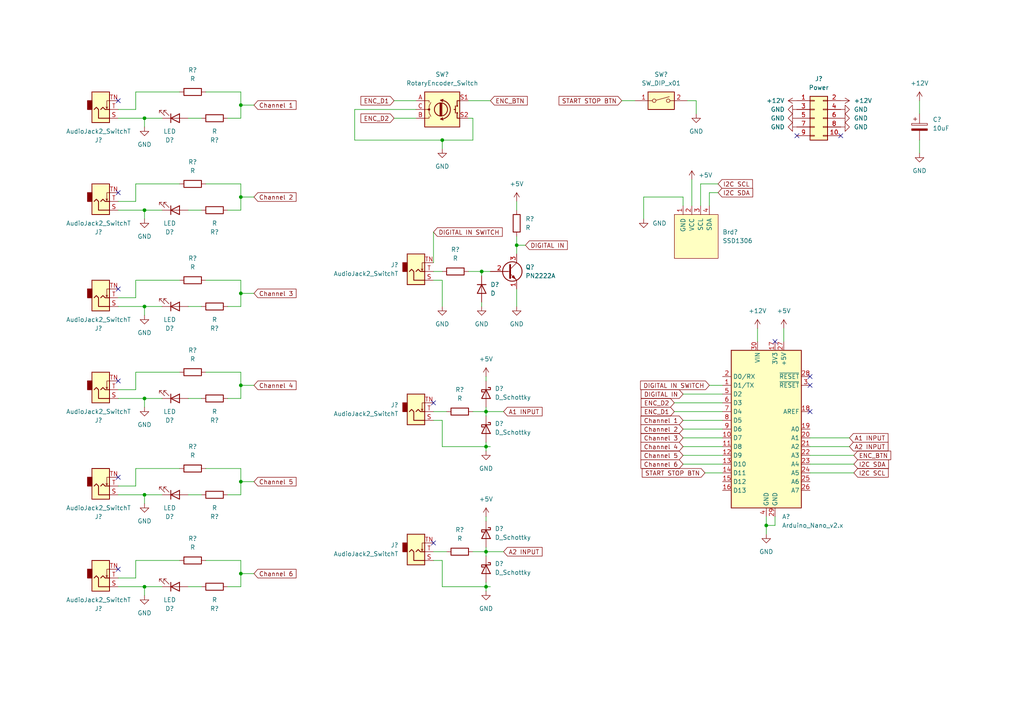
<source format=kicad_sch>
(kicad_sch (version 20211123) (generator eeschema)
  (paper "A4")
  (lib_symbols
    (symbol "Connector:AudioJack2_SwitchT"
      (property "Reference" "J" (at 0 8.89 0))
      (property "Value" "AudioJack2_SwitchT" (at 0 6.35 0))
      (symbol "AudioJack2_SwitchT_0_1"
        (rectangle (start -2.54 0) (end -3.81 -2.54) (stroke (width 0.254)) (fill (type outline)))
        (polyline (pts (xy 1.778 -0.254) (xy 2.032 -0.762)))
        (polyline (pts (xy 0 0) (xy 0.635 -0.635) (xy 1.27 0) (xy 2.54 0)) (stroke (width 0.254)))
        (polyline (pts (xy 2.54 -2.54) (xy 1.778 -2.54) (xy 1.778 -0.254) (xy 1.524 -0.762)))
        (polyline (pts (xy 2.54 2.54) (xy -0.635 2.54) (xy -0.635 0) (xy -1.27 -0.635) (xy -1.905 0)) (stroke (width 0.254)))
        (rectangle (start 2.54 3.81) (end -2.54 -5.08) (stroke (width 0.254)) (fill (type background)))
      )
      (symbol "AudioJack2_SwitchT_1_1"
        (pin passive line (at 5.08 2.54 180) (length 2.54) (name "~") (number "S"))
        (pin passive line (at 5.08 0 180) (length 2.54) (name "~") (number "T"))
        (pin passive line (at 5.08 -2.54 180) (length 2.54) (name "~") (number "TN"))
      )
    )
    (symbol "Connector_Generic:Conn_02x05_Odd_Even" (pin_names (offset 1.016) hide)
      (property "Reference" "J" (at 1.27 7.62 0))
      (property "Value" "Conn_02x05_Odd_Even" (at 1.27 -7.62 0))
      (symbol "Conn_02x05_Odd_Even_1_1"
        (rectangle (start -1.27 -4.953) (end 0 -5.207) (stroke (width 0.1524)))
        (rectangle (start -1.27 -2.413) (end 0 -2.667) (stroke (width 0.1524)))
        (rectangle (start -1.27 0.127) (end 0 -0.127) (stroke (width 0.1524)))
        (rectangle (start -1.27 2.667) (end 0 2.413) (stroke (width 0.1524)))
        (rectangle (start -1.27 5.207) (end 0 4.953) (stroke (width 0.1524)))
        (rectangle (start -1.27 6.35) (end 3.81 -6.35) (stroke (width 0.254)) (fill (type background)))
        (rectangle (start 3.81 -4.953) (end 2.54 -5.207) (stroke (width 0.1524)))
        (rectangle (start 3.81 -2.413) (end 2.54 -2.667) (stroke (width 0.1524)))
        (rectangle (start 3.81 0.127) (end 2.54 -0.127) (stroke (width 0.1524)))
        (rectangle (start 3.81 2.667) (end 2.54 2.413) (stroke (width 0.1524)))
        (rectangle (start 3.81 5.207) (end 2.54 4.953) (stroke (width 0.1524)))
        (pin passive line (at -5.08 5.08 0) (length 3.81) (name "Pin_1") (number "1"))
        (pin passive line (at 7.62 -5.08 180) (length 3.81) (name "Pin_10") (number "10"))
        (pin passive line (at 7.62 5.08 180) (length 3.81) (name "Pin_2") (number "2"))
        (pin passive line (at -5.08 2.54 0) (length 3.81) (name "Pin_3") (number "3"))
        (pin passive line (at 7.62 2.54 180) (length 3.81) (name "Pin_4") (number "4"))
        (pin passive line (at -5.08 0 0) (length 3.81) (name "Pin_5") (number "5"))
        (pin passive line (at 7.62 0 180) (length 3.81) (name "Pin_6") (number "6"))
        (pin passive line (at -5.08 -2.54 0) (length 3.81) (name "Pin_7") (number "7"))
        (pin passive line (at 7.62 -2.54 180) (length 3.81) (name "Pin_8") (number "8"))
        (pin passive line (at -5.08 -5.08 0) (length 3.81) (name "Pin_9") (number "9"))
      )
    )
    (symbol "Device:C_Polarized" (pin_numbers hide) (pin_names (offset 0.254))
      (property "Reference" "C" (at 0.635 2.54 0))
      (property "Value" "C_Polarized" (at 0.635 -2.54 0))
      (symbol "C_Polarized_0_1"
        (rectangle (start -2.286 0.508) (end 2.286 1.016))
        (polyline (pts (xy -1.778 2.286) (xy -0.762 2.286)))
        (polyline (pts (xy -1.27 2.794) (xy -1.27 1.778)))
        (rectangle (start 2.286 -0.508) (end -2.286 -1.016) (fill (type outline)))
      )
      (symbol "C_Polarized_1_1"
        (pin passive line (at 0 3.81 270) (length 2.794) (name "~") (number "1"))
        (pin passive line (at 0 -3.81 90) (length 2.794) (name "~") (number "2"))
      )
    )
    (symbol "Device:D" (pin_numbers hide) (pin_names (offset 1.016) hide)
      (property "Reference" "D" (at 0 2.54 0))
      (property "Value" "D" (at 0 -2.54 0))
      (symbol "D_0_1"
        (polyline (pts (xy -1.27 1.27) (xy -1.27 -1.27)) (stroke (width 0.254)))
        (polyline (pts (xy 1.27 0) (xy -1.27 0)))
        (polyline (pts (xy 1.27 1.27) (xy 1.27 -1.27) (xy -1.27 0) (xy 1.27 1.27)) (stroke (width 0.254)))
      )
      (symbol "D_1_1"
        (pin passive line (at -3.81 0 0) (length 2.54) (name "K") (number "1"))
        (pin passive line (at 3.81 0 180) (length 2.54) (name "A") (number "2"))
      )
    )
    (symbol "Device:D_Schottky" (pin_numbers hide) (pin_names (offset 1.016) hide)
      (property "Reference" "D" (at 0 2.54 0))
      (property "Value" "D_Schottky" (at 0 -2.54 0))
      (symbol "D_Schottky_0_1"
        (polyline (pts (xy 1.27 0) (xy -1.27 0)))
        (polyline (pts (xy 1.27 1.27) (xy 1.27 -1.27) (xy -1.27 0) (xy 1.27 1.27)) (stroke (width 0.254)))
        (polyline (pts (xy -1.905 0.635) (xy -1.905 1.27) (xy -1.27 1.27) (xy -1.27 -1.27) (xy -0.635 -1.27) (xy -0.635 -0.635)) (stroke (width 0.254)))
      )
      (symbol "D_Schottky_1_1"
        (pin passive line (at -3.81 0 0) (length 2.54) (name "K") (number "1"))
        (pin passive line (at 3.81 0 180) (length 2.54) (name "A") (number "2"))
      )
    )
    (symbol "Device:LED" (pin_numbers hide) (pin_names (offset 1.016) hide)
      (property "Reference" "D" (at 0 2.54 0))
      (property "Value" "LED" (at 0 -2.54 0))
      (symbol "LED_0_1"
        (polyline (pts (xy -1.27 -1.27) (xy -1.27 1.27)) (stroke (width 0.254)))
        (polyline (pts (xy -1.27 0) (xy 1.27 0)))
        (polyline (pts (xy 1.27 -1.27) (xy 1.27 1.27) (xy -1.27 0) (xy 1.27 -1.27)) (stroke (width 0.254)))
        (polyline (pts (xy -3.048 -0.762) (xy -4.572 -2.286) (xy -3.81 -2.286) (xy -4.572 -2.286) (xy -4.572 -1.524)))
        (polyline (pts (xy -1.778 -0.762) (xy -3.302 -2.286) (xy -2.54 -2.286) (xy -3.302 -2.286) (xy -3.302 -1.524)))
      )
      (symbol "LED_1_1"
        (pin passive line (at -3.81 0 0) (length 2.54) (name "K") (number "1"))
        (pin passive line (at 3.81 0 180) (length 2.54) (name "A") (number "2"))
      )
    )
    (symbol "Device:R" (pin_numbers hide) (pin_names (offset 0))
      (property "Reference" "R" (at 2.032 0 90))
      (property "Value" "R" (at 0 0 90))
      (symbol "R_0_1"
        (rectangle (start -1.016 -2.54) (end 1.016 2.54) (stroke (width 0.254)))
      )
      (symbol "R_1_1"
        (pin passive line (at 0 3.81 270) (length 1.27) (name "~") (number "1"))
        (pin passive line (at 0 -3.81 90) (length 1.27) (name "~") (number "2"))
      )
    )
    (symbol "Device:RotaryEncoder_Switch" (pin_names (offset 0.254) hide)
      (property "Reference" "SW" (at 0 6.604 0))
      (property "Value" "RotaryEncoder_Switch" (at 0 -6.604 0))
      (symbol "RotaryEncoder_Switch_0_1"
        (rectangle (start -5.08 5.08) (end 5.08 -5.08) (stroke (width 0.254)) (fill (type background)))
        (circle (center -3.81 0) (radius 0.254) (fill (type outline)))
        (arc (start -0.381 -2.794) (mid 2.3622 -0.0508) (end -0.381 2.667) (stroke (width 0.254)))
        (circle (center -0.381 0) (radius 1.905) (stroke (width 0.254)))
        (polyline (pts (xy -0.635 -1.778) (xy -0.635 1.778)) (stroke (width 0.254)))
        (polyline (pts (xy -0.381 -1.778) (xy -0.381 1.778)) (stroke (width 0.254)))
        (polyline (pts (xy -0.127 1.778) (xy -0.127 -1.778)) (stroke (width 0.254)))
        (polyline (pts (xy 3.81 0) (xy 3.429 0)) (stroke (width 0.254)))
        (polyline (pts (xy 3.81 1.016) (xy 3.81 -1.016)) (stroke (width 0.254)))
        (polyline (pts (xy -5.08 -2.54) (xy -3.81 -2.54) (xy -3.81 -2.032)))
        (polyline (pts (xy -5.08 2.54) (xy -3.81 2.54) (xy -3.81 2.032)))
        (polyline (pts (xy 0.254 -3.048) (xy -0.508 -2.794) (xy 0.127 -2.413)) (stroke (width 0.254)))
        (polyline (pts (xy 0.254 2.921) (xy -0.508 2.667) (xy 0.127 2.286)) (stroke (width 0.254)))
        (polyline (pts (xy 5.08 -2.54) (xy 4.318 -2.54) (xy 4.318 -1.016)) (stroke (width 0.254)))
        (polyline (pts (xy 5.08 2.54) (xy 4.318 2.54) (xy 4.318 1.016)) (stroke (width 0.254)))
        (polyline (pts (xy -5.08 0) (xy -3.81 0) (xy -3.81 -1.016) (xy -3.302 -2.032)))
        (polyline (pts (xy -4.318 0) (xy -3.81 0) (xy -3.81 1.016) (xy -3.302 2.032)))
        (circle (center 4.318 -1.016) (radius 0.127) (stroke (width 0.254)))
        (circle (center 4.318 1.016) (radius 0.127) (stroke (width 0.254)))
      )
      (symbol "RotaryEncoder_Switch_1_1"
        (pin passive line (at -7.62 2.54 0) (length 2.54) (name "A") (number "A"))
        (pin passive line (at -7.62 -2.54 0) (length 2.54) (name "B") (number "B"))
        (pin passive line (at -7.62 0 0) (length 2.54) (name "C") (number "C"))
        (pin passive line (at 7.62 2.54 180) (length 2.54) (name "S1") (number "S1"))
        (pin passive line (at 7.62 -2.54 180) (length 2.54) (name "S2") (number "S2"))
      )
    )
    (symbol "MCU_Module:Arduino_Nano_v2.x"
      (property "Reference" "A" (at -10.16 23.495 0))
      (property "Value" "Arduino_Nano_v2.x" (at 5.08 -24.13 0))
      (symbol "Arduino_Nano_v2.x_0_1"
        (rectangle (start -10.16 22.86) (end 10.16 -22.86) (stroke (width 0.254)) (fill (type background)))
      )
      (symbol "Arduino_Nano_v2.x_1_1"
        (pin bidirectional line (at -12.7 12.7 0) (length 2.54) (name "D1/TX") (number "1"))
        (pin bidirectional line (at -12.7 -2.54 0) (length 2.54) (name "D7") (number "10"))
        (pin bidirectional line (at -12.7 -5.08 0) (length 2.54) (name "D8") (number "11"))
        (pin bidirectional line (at -12.7 -7.62 0) (length 2.54) (name "D9") (number "12"))
        (pin bidirectional line (at -12.7 -10.16 0) (length 2.54) (name "D10") (number "13"))
        (pin bidirectional line (at -12.7 -12.7 0) (length 2.54) (name "D11") (number "14"))
        (pin bidirectional line (at -12.7 -15.24 0) (length 2.54) (name "D12") (number "15"))
        (pin bidirectional line (at -12.7 -17.78 0) (length 2.54) (name "D13") (number "16"))
        (pin power_out line (at 2.54 25.4 270) (length 2.54) (name "3V3") (number "17"))
        (pin input line (at 12.7 5.08 180) (length 2.54) (name "AREF") (number "18"))
        (pin bidirectional line (at 12.7 0 180) (length 2.54) (name "A0") (number "19"))
        (pin bidirectional line (at -12.7 15.24 0) (length 2.54) (name "D0/RX") (number "2"))
        (pin bidirectional line (at 12.7 -2.54 180) (length 2.54) (name "A1") (number "20"))
        (pin bidirectional line (at 12.7 -5.08 180) (length 2.54) (name "A2") (number "21"))
        (pin bidirectional line (at 12.7 -7.62 180) (length 2.54) (name "A3") (number "22"))
        (pin bidirectional line (at 12.7 -10.16 180) (length 2.54) (name "A4") (number "23"))
        (pin bidirectional line (at 12.7 -12.7 180) (length 2.54) (name "A5") (number "24"))
        (pin bidirectional line (at 12.7 -15.24 180) (length 2.54) (name "A6") (number "25"))
        (pin bidirectional line (at 12.7 -17.78 180) (length 2.54) (name "A7") (number "26"))
        (pin power_out line (at 5.08 25.4 270) (length 2.54) (name "+5V") (number "27"))
        (pin input line (at 12.7 15.24 180) (length 2.54) (name "~{RESET}") (number "28"))
        (pin power_in line (at 2.54 -25.4 90) (length 2.54) (name "GND") (number "29"))
        (pin input line (at 12.7 12.7 180) (length 2.54) (name "~{RESET}") (number "3"))
        (pin power_in line (at -2.54 25.4 270) (length 2.54) (name "VIN") (number "30"))
        (pin power_in line (at 0 -25.4 90) (length 2.54) (name "GND") (number "4"))
        (pin bidirectional line (at -12.7 10.16 0) (length 2.54) (name "D2") (number "5"))
        (pin bidirectional line (at -12.7 7.62 0) (length 2.54) (name "D3") (number "6"))
        (pin bidirectional line (at -12.7 5.08 0) (length 2.54) (name "D4") (number "7"))
        (pin bidirectional line (at -12.7 2.54 0) (length 2.54) (name "D5") (number "8"))
        (pin bidirectional line (at -12.7 0 0) (length 2.54) (name "D6") (number "9"))
      )
    )
    (symbol "SSD1306-128x64_OLED:SSD1306" (pin_names (offset 1.016))
      (property "Reference" "Brd" (at 0 -3.81 0))
      (property "Value" "SSD1306" (at 0 -1.27 0))
      (symbol "SSD1306_0_1"
        (rectangle (start -6.35 6.35) (end 6.35 -6.35) (fill (type background)))
      )
      (symbol "SSD1306_1_1"
        (pin input line (at -3.81 8.89 270) (length 2.54) (name "GND") (number "1"))
        (pin input line (at -1.27 8.89 270) (length 2.54) (name "VCC") (number "2"))
        (pin input line (at 1.27 8.89 270) (length 2.54) (name "SCL") (number "3"))
        (pin input line (at 3.81 8.89 270) (length 2.54) (name "SDA") (number "4"))
      )
    )
    (symbol "Switch:SW_DIP_x01" (pin_names (offset 0) hide)
      (property "Reference" "SW" (at 0 3.81 0))
      (property "Value" "SW_DIP_x01" (at 0 -3.81 0))
      (symbol "SW_DIP_x01_0_0"
        (circle (center -2.032 0) (radius 0.508))
        (polyline (pts (xy -1.524 0.127) (xy 2.3622 1.1684)))
        (circle (center 2.032 0) (radius 0.508))
      )
      (symbol "SW_DIP_x01_0_1"
        (rectangle (start -3.81 2.54) (end 3.81 -2.54) (stroke (width 0.254)) (fill (type background)))
      )
      (symbol "SW_DIP_x01_1_1"
        (pin passive line (at -7.62 0 0) (length 5.08) (name "~") (number "1"))
        (pin passive line (at 7.62 0 180) (length 5.08) (name "~") (number "2"))
      )
    )
    (symbol "Transistor_BJT:PN2222A" (pin_names (offset 0) hide)
      (property "Reference" "Q" (at 5.08 1.905 0))
      (property "Value" "PN2222A" (at 5.08 0 0))
      (symbol "PN2222A_0_1"
        (polyline (pts (xy 0 0) (xy 0.635 0)))
        (polyline (pts (xy 2.54 -2.54) (xy 0.635 -0.635)))
        (polyline (pts (xy 2.54 2.54) (xy 0.635 0.635)))
        (polyline (pts (xy 0.635 1.905) (xy 0.635 -1.905) (xy 0.635 -1.905)) (stroke (width 0.508)))
        (polyline (pts (xy 2.413 -2.413) (xy 1.905 -1.905) (xy 1.905 -1.905)))
        (polyline (pts (xy 1.143 -1.651) (xy 1.651 -1.143) (xy 2.159 -2.159) (xy 1.143 -1.651) (xy 1.143 -1.651)) (fill (type outline)))
        (circle (center 1.27 0) (radius 2.8194) (stroke (width 0.254)))
      )
      (symbol "PN2222A_1_1"
        (pin passive line (at 2.54 -5.08 90) (length 2.54) (name "E") (number "1"))
        (pin input line (at -5.08 0 0) (length 5.08) (name "B") (number "2"))
        (pin passive line (at 2.54 5.08 270) (length 2.54) (name "C") (number "3"))
      )
    )
    (symbol "power:+12V" (power) (pin_names (offset 0))
      (property "Value" "+12V" (at 0 3.556 0))
      (symbol "+12V_0_1"
        (polyline (pts (xy -0.762 1.27) (xy 0 2.54)))
        (polyline (pts (xy 0 0) (xy 0 2.54)))
        (polyline (pts (xy 0 2.54) (xy 0.762 1.27)))
      )
      (symbol "+12V_1_1"
        (pin power_in line (at 0 0 90) (length 0) hide (name "+12V") (number "1"))
      )
    )
    (symbol "power:+5V" (power) (pin_names (offset 0))
      (property "Value" "+5V" (at 0 3.556 0))
      (symbol "+5V_0_1"
        (polyline (pts (xy -0.762 1.27) (xy 0 2.54)))
        (polyline (pts (xy 0 0) (xy 0 2.54)))
        (polyline (pts (xy 0 2.54) (xy 0.762 1.27)))
      )
      (symbol "+5V_1_1"
        (pin power_in line (at 0 0 90) (length 0) hide (name "+5V") (number "1"))
      )
    )
    (symbol "power:GND" (power) (pin_names (offset 0))
      (property "Value" "GND" (at 0 -3.81 0))
      (symbol "GND_0_1"
        (polyline (pts (xy 0 0) (xy 0 -1.27) (xy 1.27 -1.27) (xy 0 -2.54) (xy -1.27 -1.27) (xy 0 -1.27)))
      )
      (symbol "GND_1_1"
        (pin power_in line (at 0 0 270) (length 0) hide (name "GND") (number "1"))
      )
    )
  )
  (junction (at 149.86 71.12))
  (junction (at 140.97 160.02))
  (junction (at 140.97 170.18))
  (junction (at 41.91 34.29))
  (junction (at 41.91 143.51))
  (junction (at 69.85 139.7))
  (junction (at 140.97 119.38))
  (junction (at 139.7 78.74))
  (junction (at 41.91 115.57))
  (junction (at 69.85 85.09))
  (junction (at 41.91 170.18))
  (junction (at 69.85 57.15))
  (junction (at 128.27 40.64))
  (junction (at 69.85 166.37))
  (junction (at 41.91 60.96))
  (junction (at 69.85 111.76))
  (junction (at 222.25 152.4))
  (junction (at 41.91 88.9))
  (junction (at 69.85 30.48))
  (junction (at 140.97 129.54))
  (no_connect (at 34.29 110.49))
  (no_connect (at 234.95 109.22))
  (no_connect (at 34.29 165.1))
  (no_connect (at 234.95 111.76))
  (no_connect (at 234.95 119.38))
  (no_connect (at 34.29 138.43))
  (no_connect (at 34.29 83.82))
  (no_connect (at 34.29 55.88))
  (no_connect (at 125.73 157.48))
  (no_connect (at 243.84 39.37))
  (no_connect (at 224.79 99.06))
  (no_connect (at 34.29 29.21))
  (no_connect (at 231.14 39.37))
  (no_connect (at 125.73 116.84))
  (wire (pts (xy 102.87 40.64) (xy 128.27 40.64)))
  (wire (pts (xy 140.97 119.38) (xy 140.97 120.65)))
  (wire (pts (xy 203.2 53.34) (xy 203.2 59.69)))
  (wire (pts (xy 69.85 166.37) (xy 69.85 170.18)))
  (wire (pts (xy 140.97 119.38) (xy 146.05 119.38)))
  (wire (pts (xy 135.89 78.74) (xy 139.7 78.74)))
  (wire (pts (xy 39.37 58.42) (xy 39.37 53.34)))
  (wire (pts (xy 198.12 124.46) (xy 209.55 124.46)))
  (wire (pts (xy 149.86 71.12) (xy 149.86 73.66)))
  (wire (pts (xy 54.61 143.51) (xy 58.42 143.51)))
  (wire (pts (xy 125.73 78.74) (xy 128.27 78.74)))
  (wire (pts (xy 137.16 34.29) (xy 137.16 40.64)))
  (wire (pts (xy 137.16 40.64) (xy 128.27 40.64)))
  (wire (pts (xy 39.37 26.67) (xy 52.07 26.67)))
  (wire (pts (xy 34.29 34.29) (xy 41.91 34.29)))
  (wire (pts (xy 222.25 152.4) (xy 224.79 152.4)))
  (wire (pts (xy 41.91 34.29) (xy 46.99 34.29)))
  (wire (pts (xy 149.86 83.82) (xy 149.86 88.9)))
  (wire (pts (xy 34.29 88.9) (xy 41.91 88.9)))
  (wire (pts (xy 205.74 111.76) (xy 209.55 111.76)))
  (wire (pts (xy 128.27 129.54) (xy 140.97 129.54)))
  (wire (pts (xy 135.89 29.21) (xy 142.24 29.21)))
  (wire (pts (xy 39.37 140.97) (xy 39.37 135.89)))
  (wire (pts (xy 198.12 57.15) (xy 198.12 59.69)))
  (wire (pts (xy 39.37 167.64) (xy 39.37 162.56)))
  (wire (pts (xy 208.28 53.34) (xy 203.2 53.34)))
  (wire (pts (xy 54.61 115.57) (xy 58.42 115.57)))
  (wire (pts (xy 125.73 162.56) (xy 128.27 162.56)))
  (wire (pts (xy 39.37 162.56) (xy 52.07 162.56)))
  (wire (pts (xy 114.3 29.21) (xy 120.65 29.21)))
  (wire (pts (xy 41.91 60.96) (xy 41.91 63.5)))
  (wire (pts (xy 39.37 31.75) (xy 39.37 26.67)))
  (wire (pts (xy 149.86 58.42) (xy 149.86 60.96)))
  (wire (pts (xy 227.33 95.25) (xy 227.33 99.06)))
  (wire (pts (xy 34.29 140.97) (xy 39.37 140.97)))
  (wire (pts (xy 34.29 170.18) (xy 41.91 170.18)))
  (wire (pts (xy 59.69 26.67) (xy 69.85 26.67)))
  (wire (pts (xy 128.27 162.56) (xy 128.27 170.18)))
  (wire (pts (xy 184.15 29.21) (xy 180.34 29.21)))
  (wire (pts (xy 69.85 53.34) (xy 69.85 57.15)))
  (wire (pts (xy 54.61 34.29) (xy 58.42 34.29)))
  (wire (pts (xy 140.97 158.75) (xy 140.97 160.02)))
  (wire (pts (xy 125.73 121.92) (xy 128.27 121.92)))
  (wire (pts (xy 198.12 134.62) (xy 209.55 134.62)))
  (wire (pts (xy 266.7 29.21) (xy 266.7 33.02)))
  (wire (pts (xy 135.89 34.29) (xy 137.16 34.29)))
  (wire (pts (xy 140.97 109.22) (xy 140.97 110.49)))
  (wire (pts (xy 41.91 60.96) (xy 46.99 60.96)))
  (wire (pts (xy 234.95 129.54) (xy 246.38 129.54)))
  (wire (pts (xy 39.37 81.28) (xy 52.07 81.28)))
  (wire (pts (xy 224.79 149.86) (xy 224.79 152.4)))
  (wire (pts (xy 140.97 129.54) (xy 140.97 130.81)))
  (wire (pts (xy 69.85 81.28) (xy 69.85 85.09)))
  (wire (pts (xy 54.61 60.96) (xy 58.42 60.96)))
  (wire (pts (xy 34.29 58.42) (xy 39.37 58.42)))
  (wire (pts (xy 34.29 86.36) (xy 39.37 86.36)))
  (wire (pts (xy 69.85 57.15) (xy 69.85 60.96)))
  (wire (pts (xy 128.27 170.18) (xy 140.97 170.18)))
  (wire (pts (xy 200.66 52.07) (xy 200.66 59.69)))
  (wire (pts (xy 234.95 127) (xy 246.38 127)))
  (wire (pts (xy 39.37 107.95) (xy 52.07 107.95)))
  (wire (pts (xy 69.85 107.95) (xy 69.85 111.76)))
  (wire (pts (xy 140.97 168.91) (xy 140.97 170.18)))
  (wire (pts (xy 41.91 34.29) (xy 41.91 36.83)))
  (wire (pts (xy 204.47 137.16) (xy 209.55 137.16)))
  (wire (pts (xy 139.7 87.63) (xy 139.7 88.9)))
  (wire (pts (xy 34.29 143.51) (xy 41.91 143.51)))
  (wire (pts (xy 41.91 115.57) (xy 41.91 118.11)))
  (wire (pts (xy 198.12 127) (xy 209.55 127)))
  (wire (pts (xy 69.85 26.67) (xy 69.85 30.48)))
  (wire (pts (xy 41.91 170.18) (xy 46.99 170.18)))
  (wire (pts (xy 205.74 55.88) (xy 205.74 59.69)))
  (wire (pts (xy 69.85 111.76) (xy 69.85 115.57)))
  (wire (pts (xy 34.29 113.03) (xy 39.37 113.03)))
  (wire (pts (xy 198.12 132.08) (xy 209.55 132.08)))
  (wire (pts (xy 129.54 160.02) (xy 125.73 160.02)))
  (wire (pts (xy 69.85 30.48) (xy 73.66 30.48)))
  (wire (pts (xy 140.97 160.02) (xy 140.97 161.29)))
  (wire (pts (xy 128.27 81.28) (xy 128.27 88.9)))
  (wire (pts (xy 69.85 166.37) (xy 73.66 166.37)))
  (wire (pts (xy 34.29 31.75) (xy 39.37 31.75)))
  (wire (pts (xy 120.65 31.75) (xy 102.87 31.75)))
  (wire (pts (xy 198.12 121.92) (xy 209.55 121.92)))
  (wire (pts (xy 186.69 63.5) (xy 186.69 57.15)))
  (wire (pts (xy 69.85 115.57) (xy 66.04 115.57)))
  (wire (pts (xy 140.97 129.54) (xy 142.24 129.54)))
  (wire (pts (xy 266.7 40.64) (xy 266.7 44.45)))
  (wire (pts (xy 198.12 129.54) (xy 209.55 129.54)))
  (wire (pts (xy 149.86 71.12) (xy 152.4 71.12)))
  (wire (pts (xy 41.91 143.51) (xy 41.91 146.05)))
  (wire (pts (xy 139.7 78.74) (xy 139.7 80.01)))
  (wire (pts (xy 201.93 29.21) (xy 199.39 29.21)))
  (wire (pts (xy 140.97 128.27) (xy 140.97 129.54)))
  (wire (pts (xy 234.95 137.16) (xy 247.65 137.16)))
  (wire (pts (xy 41.91 143.51) (xy 46.99 143.51)))
  (wire (pts (xy 125.73 81.28) (xy 128.27 81.28)))
  (wire (pts (xy 198.12 114.3) (xy 209.55 114.3)))
  (wire (pts (xy 114.3 34.29) (xy 120.65 34.29)))
  (wire (pts (xy 140.97 149.86) (xy 140.97 151.13)))
  (wire (pts (xy 201.93 29.21) (xy 201.93 33.02)))
  (wire (pts (xy 195.58 116.84) (xy 209.55 116.84)))
  (wire (pts (xy 39.37 113.03) (xy 39.37 107.95)))
  (wire (pts (xy 34.29 60.96) (xy 41.91 60.96)))
  (wire (pts (xy 69.85 143.51) (xy 66.04 143.51)))
  (wire (pts (xy 69.85 85.09) (xy 69.85 88.9)))
  (wire (pts (xy 129.54 119.38) (xy 125.73 119.38)))
  (wire (pts (xy 54.61 88.9) (xy 58.42 88.9)))
  (wire (pts (xy 102.87 31.75) (xy 102.87 40.64)))
  (wire (pts (xy 140.97 160.02) (xy 146.05 160.02)))
  (wire (pts (xy 41.91 88.9) (xy 46.99 88.9)))
  (wire (pts (xy 195.58 119.38) (xy 209.55 119.38)))
  (wire (pts (xy 69.85 34.29) (xy 66.04 34.29)))
  (wire (pts (xy 41.91 115.57) (xy 46.99 115.57)))
  (wire (pts (xy 125.73 67.31) (xy 125.73 76.2)))
  (wire (pts (xy 149.86 68.58) (xy 149.86 71.12)))
  (wire (pts (xy 69.85 139.7) (xy 73.66 139.7)))
  (wire (pts (xy 234.95 134.62) (xy 247.65 134.62)))
  (wire (pts (xy 128.27 40.64) (xy 128.27 43.18)))
  (wire (pts (xy 69.85 30.48) (xy 69.85 34.29)))
  (wire (pts (xy 59.69 53.34) (xy 69.85 53.34)))
  (wire (pts (xy 59.69 135.89) (xy 69.85 135.89)))
  (wire (pts (xy 41.91 170.18) (xy 41.91 172.72)))
  (wire (pts (xy 140.97 118.11) (xy 140.97 119.38)))
  (wire (pts (xy 222.25 149.86) (xy 222.25 152.4)))
  (wire (pts (xy 69.85 111.76) (xy 73.66 111.76)))
  (wire (pts (xy 69.85 88.9) (xy 66.04 88.9)))
  (wire (pts (xy 69.85 60.96) (xy 66.04 60.96)))
  (wire (pts (xy 41.91 88.9) (xy 41.91 91.44)))
  (wire (pts (xy 54.61 170.18) (xy 58.42 170.18)))
  (wire (pts (xy 39.37 53.34) (xy 52.07 53.34)))
  (wire (pts (xy 186.69 57.15) (xy 198.12 57.15)))
  (wire (pts (xy 219.71 95.25) (xy 219.71 99.06)))
  (wire (pts (xy 128.27 121.92) (xy 128.27 129.54)))
  (wire (pts (xy 69.85 57.15) (xy 73.66 57.15)))
  (wire (pts (xy 139.7 78.74) (xy 142.24 78.74)))
  (wire (pts (xy 137.16 160.02) (xy 140.97 160.02)))
  (wire (pts (xy 34.29 115.57) (xy 41.91 115.57)))
  (wire (pts (xy 59.69 107.95) (xy 69.85 107.95)))
  (wire (pts (xy 140.97 170.18) (xy 142.24 170.18)))
  (wire (pts (xy 140.97 170.18) (xy 140.97 171.45)))
  (wire (pts (xy 69.85 135.89) (xy 69.85 139.7)))
  (wire (pts (xy 34.29 167.64) (xy 39.37 167.64)))
  (wire (pts (xy 234.95 132.08) (xy 247.65 132.08)))
  (wire (pts (xy 69.85 139.7) (xy 69.85 143.51)))
  (wire (pts (xy 59.69 162.56) (xy 69.85 162.56)))
  (wire (pts (xy 137.16 119.38) (xy 140.97 119.38)))
  (wire (pts (xy 208.28 55.88) (xy 205.74 55.88)))
  (wire (pts (xy 222.25 152.4) (xy 222.25 154.94)))
  (wire (pts (xy 69.85 162.56) (xy 69.85 166.37)))
  (wire (pts (xy 39.37 135.89) (xy 52.07 135.89)))
  (wire (pts (xy 59.69 81.28) (xy 69.85 81.28)))
  (wire (pts (xy 39.37 86.36) (xy 39.37 81.28)))
  (wire (pts (xy 69.85 85.09) (xy 73.66 85.09)))
  (wire (pts (xy 69.85 170.18) (xy 66.04 170.18)))
  (global_label "START STOP BTN" (shape input) (at 180.34 29.21 180) (property "Intersheet References" "${INTERSHEET_REFS}" (effects hide)))
  (global_label "A2 INPUT" (shape input) (at 246.38 129.54 0) (property "Intersheet References" "${INTERSHEET_REFS}" (effects hide)))
  (global_label "Channel 5" (shape input) (at 198.12 132.08 180) (property "Intersheet References" "${INTERSHEET_REFS}" (effects hide)))
  (global_label "Channel 1" (shape input) (at 198.12 121.92 180) (property "Intersheet References" "${INTERSHEET_REFS}" (effects hide)))
  (global_label "Channel 4" (shape input) (at 198.12 129.54 180) (property "Intersheet References" "${INTERSHEET_REFS}" (effects hide)))
  (global_label "ENC_BTN" (shape input) (at 247.65 132.08 0) (property "Intersheet References" "${INTERSHEET_REFS}" (effects hide)))
  (global_label "START STOP BTN" (shape input) (at 204.47 137.16 180) (property "Intersheet References" "${INTERSHEET_REFS}" (effects hide)))
  (global_label "Channel 5" (shape input) (at 73.66 139.7 0) (property "Intersheet References" "${INTERSHEET_REFS}" (effects hide)))
  (global_label "ENC_D2" (shape input) (at 114.3 34.29 180) (property "Intersheet References" "${INTERSHEET_REFS}" (effects hide)))
  (global_label "Channel 3" (shape input) (at 198.12 127 180) (property "Intersheet References" "${INTERSHEET_REFS}" (effects hide)))
  (global_label "A1 INPUT" (shape input) (at 146.05 119.38 0) (property "Intersheet References" "${INTERSHEET_REFS}" (effects hide)))
  (global_label "Channel 3" (shape input) (at 73.66 85.09 0) (property "Intersheet References" "${INTERSHEET_REFS}" (effects hide)))
  (global_label "ENC_BTN" (shape input) (at 142.24 29.21 0) (property "Intersheet References" "${INTERSHEET_REFS}" (effects hide)))
  (global_label "DIGITAL IN SWITCH" (shape input) (at 125.73 67.31 0) (property "Intersheet References" "${INTERSHEET_REFS}" (effects hide)))
  (global_label "DIGITAL IN SWITCH" (shape input) (at 205.74 111.76 180) (property "Intersheet References" "${INTERSHEET_REFS}" (effects hide)))
  (global_label "DIGITAL IN" (shape input) (at 198.12 114.3 180) (property "Intersheet References" "${INTERSHEET_REFS}" (effects hide)))
  (global_label "I2C SDA" (shape input) (at 247.65 134.62 0) (property "Intersheet References" "${INTERSHEET_REFS}" (effects hide)))
  (global_label "Channel 6" (shape input) (at 73.66 166.37 0) (property "Intersheet References" "${INTERSHEET_REFS}" (effects hide)))
  (global_label "Channel 1" (shape input) (at 73.66 30.48 0) (property "Intersheet References" "${INTERSHEET_REFS}" (effects hide)))
  (global_label "DIGITAL IN" (shape input) (at 152.4 71.12 0) (property "Intersheet References" "${INTERSHEET_REFS}" (effects hide)))
  (global_label "ENC_D2" (shape input) (at 195.58 116.84 180) (property "Intersheet References" "${INTERSHEET_REFS}" (effects hide)))
  (global_label "ENC_D1" (shape input) (at 114.3 29.21 180) (property "Intersheet References" "${INTERSHEET_REFS}" (effects hide)))
  (global_label "Channel 2" (shape input) (at 73.66 57.15 0) (property "Intersheet References" "${INTERSHEET_REFS}" (effects hide)))
  (global_label "Channel 4" (shape input) (at 73.66 111.76 0) (property "Intersheet References" "${INTERSHEET_REFS}" (effects hide)))
  (global_label "ENC_D1" (shape input) (at 195.58 119.38 180) (property "Intersheet References" "${INTERSHEET_REFS}" (effects hide)))
  (global_label "Channel 2" (shape input) (at 198.12 124.46 180) (property "Intersheet References" "${INTERSHEET_REFS}" (effects hide)))
  (global_label "I2C SCL" (shape input) (at 208.28 53.34 0) (property "Intersheet References" "${INTERSHEET_REFS}" (effects hide)))
  (global_label "I2C SDA" (shape input) (at 208.28 55.88 0) (property "Intersheet References" "${INTERSHEET_REFS}" (effects hide)))
  (global_label "A2 INPUT" (shape input) (at 146.05 160.02 0) (property "Intersheet References" "${INTERSHEET_REFS}" (effects hide)))
  (global_label "I2C SCL" (shape input) (at 247.65 137.16 0) (property "Intersheet References" "${INTERSHEET_REFS}" (effects hide)))
  (global_label "Channel 6" (shape input) (at 198.12 134.62 180) (property "Intersheet References" "${INTERSHEET_REFS}" (effects hide)))
  (global_label "A1 INPUT" (shape input) (at 246.38 127 0) (property "Intersheet References" "${INTERSHEET_REFS}" (effects hide)))
  (symbol (lib_id "power:GND") (at 149.86 88.9 0) (unit 1)
    (property "Reference" "#PWR?" (effects hide))
    (property "Value" "GND" (at 149.86 93.98 0))
  )
  (symbol (lib_id "Connector:AudioJack2_SwitchT") (at 120.65 160.02 0) (mirror x) (unit 1)
    (property "Reference" "J?" (at 115.57 158.1149 0) (effects (justify right)))
    (property "Value" "AudioJack2_SwitchT" (at 115.57 160.6549 0) (effects (justify right)))
  )
  (symbol (lib_id "power:GND") (at 222.25 154.94 0) (unit 1)
    (property "Reference" "#PWR?" (effects hide))
    (property "Value" "GND" (at 222.25 160.02 0))
  )
  (symbol (lib_id "Connector:AudioJack2_SwitchT") (at 120.65 119.38 0) (mirror x) (unit 1)
    (property "Reference" "J?" (at 115.57 117.4749 0) (effects (justify right)))
    (property "Value" "AudioJack2_SwitchT" (at 115.57 120.0149 0) (effects (justify right)))
  )
  (symbol (lib_id "Connector:AudioJack2_SwitchT") (at 29.21 31.75 0) (mirror x) (unit 1)
    (property "Reference" "J?" (at 28.575 40.64 0))
    (property "Value" "AudioJack2_SwitchT" (at 28.575 38.1 0))
  )
  (symbol (lib_id "Device:LED") (at 50.8 88.9 0) (mirror x) (unit 1)
    (property "Reference" "D?" (at 49.2125 95.25 0))
    (property "Value" "LED" (at 49.2125 92.71 0))
  )
  (symbol (lib_id "power:+5V") (at 149.86 58.42 0) (unit 1)
    (property "Reference" "#PWR?" (effects hide))
    (property "Value" "+5V" (at 149.86 53.34 0))
  )
  (symbol (lib_id "power:GND") (at 41.91 118.11 0) (mirror y) (unit 1)
    (property "Reference" "#PWR?" (effects hide))
    (property "Value" "GND" (at 41.91 123.19 0))
  )
  (symbol (lib_id "Connector:AudioJack2_SwitchT") (at 29.21 167.64 0) (mirror x) (unit 1)
    (property "Reference" "J?" (at 28.575 176.53 0))
    (property "Value" "AudioJack2_SwitchT" (at 28.575 173.99 0))
  )
  (symbol (lib_id "power:+12V") (at 219.71 95.25 0) (unit 1)
    (property "Reference" "#PWR?" (effects hide))
    (property "Value" "+12V" (at 219.71 90.17 0))
  )
  (symbol (lib_id "power:GND") (at 231.14 31.75 270) (unit 1)
    (property "Reference" "#PWR?" (effects hide))
    (property "Value" "GND" (at 223.52 31.75 90) (effects (justify left)))
  )
  (symbol (lib_id "Device:LED") (at 50.8 115.57 0) (mirror x) (unit 1)
    (property "Reference" "D?" (at 49.2125 121.92 0))
    (property "Value" "LED" (at 49.2125 119.38 0))
  )
  (symbol (lib_id "power:GND") (at 243.84 31.75 90) (unit 1)
    (property "Reference" "#PWR?" (effects hide))
    (property "Value" "GND" (at 247.65 31.7499 90) (effects (justify right)))
  )
  (symbol (lib_id "power:GND") (at 266.7 44.45 0) (unit 1)
    (property "Reference" "#PWR?" (effects hide))
    (property "Value" "GND" (at 266.7 49.53 0))
  )
  (symbol (lib_id "power:GND") (at 243.84 36.83 90) (unit 1)
    (property "Reference" "#PWR?" (effects hide))
    (property "Value" "GND" (at 247.65 36.8299 90) (effects (justify right)))
  )
  (symbol (lib_id "Device:D_Schottky") (at 140.97 114.3 270) (unit 1)
    (property "Reference" "D?" (at 143.51 112.7124 90) (effects (justify left)))
    (property "Value" "D_Schottky" (at 143.51 115.2524 90) (effects (justify left)))
  )
  (symbol (lib_id "Device:R") (at 133.35 160.02 270) (mirror x) (unit 1)
    (property "Reference" "R?" (at 133.35 153.67 90))
    (property "Value" "R" (at 133.35 156.21 90))
  )
  (symbol (lib_id "MCU_Module:Arduino_Nano_v2.x") (at 222.25 124.46 0) (unit 1)
    (property "Reference" "A?" (at 226.8094 149.86 0) (effects (justify left)))
    (property "Value" "Arduino_Nano_v2.x" (at 226.8094 152.4 0) (effects (justify left)))
    (property "Footprint" "Module:Arduino_Nano" (effects hide))
    (property "Datasheet" "https://www.arduino.cc/en/uploads/Main/ArduinoNanoManual23.pdf" (effects hide))
  )
  (symbol (lib_id "Device:D_Schottky") (at 140.97 124.46 270) (unit 1)
    (property "Reference" "D?" (at 143.51 122.8724 90) (effects (justify left)))
    (property "Value" "D_Schottky" (at 143.51 125.4124 90) (effects (justify left)))
  )
  (symbol (lib_id "Device:R") (at 62.23 88.9 90) (mirror x) (unit 1)
    (property "Reference" "R?" (at 62.23 95.25 90))
    (property "Value" "R" (at 62.23 92.71 90))
  )
  (symbol (lib_id "power:GND") (at 139.7 88.9 0) (unit 1)
    (property "Reference" "#PWR?" (effects hide))
    (property "Value" "GND" (at 139.7 93.98 0))
  )
  (symbol (lib_id "power:GND") (at 231.14 36.83 270) (unit 1)
    (property "Reference" "#PWR?" (effects hide))
    (property "Value" "GND" (at 223.52 36.83 90) (effects (justify left)))
  )
  (symbol (lib_id "Device:R") (at 62.23 143.51 90) (mirror x) (unit 1)
    (property "Reference" "R?" (at 62.23 149.86 90))
    (property "Value" "R" (at 62.23 147.32 90))
  )
  (symbol (lib_id "Device:LED") (at 50.8 34.29 0) (mirror x) (unit 1)
    (property "Reference" "D?" (at 49.2125 40.64 0))
    (property "Value" "LED" (at 49.2125 38.1 0))
  )
  (symbol (lib_id "Device:R") (at 132.08 78.74 90) (unit 1)
    (property "Reference" "R?" (at 132.08 72.39 90))
    (property "Value" "R" (at 132.08 74.93 90))
  )
  (symbol (lib_id "Device:R") (at 55.88 81.28 270) (mirror x) (unit 1)
    (property "Reference" "R?" (at 55.88 74.93 90))
    (property "Value" "R" (at 55.88 77.47 90))
  )
  (symbol (lib_id "Device:D_Schottky") (at 140.97 154.94 270) (unit 1)
    (property "Reference" "D?" (at 143.51 153.3524 90) (effects (justify left)))
    (property "Value" "D_Schottky" (at 143.51 155.8924 90) (effects (justify left)))
  )
  (symbol (lib_id "Device:R") (at 62.23 60.96 90) (mirror x) (unit 1)
    (property "Reference" "R?" (at 62.23 67.31 90))
    (property "Value" "R" (at 62.23 64.77 90))
  )
  (symbol (lib_id "Device:R") (at 55.88 107.95 270) (mirror x) (unit 1)
    (property "Reference" "R?" (at 55.88 101.6 90))
    (property "Value" "R" (at 55.88 104.14 90))
  )
  (symbol (lib_id "power:+12V") (at 231.14 29.21 90) (unit 1)
    (property "Reference" "#PWR?" (effects hide))
    (property "Value" "+12V" (at 222.25 29.21 90) (effects (justify right)))
  )
  (symbol (lib_id "power:GND") (at 186.69 63.5 0) (unit 1)
    (property "Reference" "#PWR?" (effects hide))
    (property "Value" "GND" (at 189.23 64.7699 0) (effects (justify left)))
  )
  (symbol (lib_id "SSD1306-128x64_OLED:SSD1306") (at 201.93 68.58 0) (unit 1)
    (property "Reference" "Brd?" (at 209.55 67.3099 0) (effects (justify left)))
    (property "Value" "SSD1306" (at 209.55 69.8499 0) (effects (justify left)))
  )
  (symbol (lib_id "power:GND") (at 41.91 63.5 0) (mirror y) (unit 1)
    (property "Reference" "#PWR?" (effects hide))
    (property "Value" "GND" (at 41.91 68.58 0))
  )
  (symbol (lib_id "power:GND") (at 201.93 33.02 0) (unit 1)
    (property "Reference" "#PWR?" (effects hide))
    (property "Value" "GND" (at 201.93 38.1 0))
  )
  (symbol (lib_id "Device:RotaryEncoder_Switch") (at 128.27 31.75 0) (unit 1)
    (property "Reference" "SW?" (at 128.27 21.59 0))
    (property "Value" "RotaryEncoder_Switch" (at 128.27 24.13 0))
  )
  (symbol (lib_id "Device:LED") (at 50.8 170.18 0) (mirror x) (unit 1)
    (property "Reference" "D?" (at 49.2125 176.53 0))
    (property "Value" "LED" (at 49.2125 173.99 0))
  )
  (symbol (lib_id "Device:R") (at 62.23 34.29 90) (mirror x) (unit 1)
    (property "Reference" "R?" (at 62.23 40.64 90))
    (property "Value" "R" (at 62.23 38.1 90))
  )
  (symbol (lib_id "power:+12V") (at 243.84 29.21 270) (unit 1)
    (property "Reference" "#PWR?" (effects hide))
    (property "Value" "+12V" (at 247.65 29.2099 90) (effects (justify left)))
  )
  (symbol (lib_id "Connector:AudioJack2_SwitchT") (at 29.21 58.42 0) (mirror x) (unit 1)
    (property "Reference" "J?" (at 28.575 67.31 0))
    (property "Value" "AudioJack2_SwitchT" (at 28.575 64.77 0))
  )
  (symbol (lib_id "power:GND") (at 140.97 171.45 0) (mirror y) (unit 1)
    (property "Reference" "#PWR?" (effects hide))
    (property "Value" "GND" (at 140.97 176.53 0))
  )
  (symbol (lib_id "Device:R") (at 55.88 26.67 270) (mirror x) (unit 1)
    (property "Reference" "R?" (at 55.88 20.32 90))
    (property "Value" "R" (at 55.88 22.86 90))
  )
  (symbol (lib_id "power:GND") (at 41.91 36.83 0) (mirror y) (unit 1)
    (property "Reference" "#PWR?" (effects hide))
    (property "Value" "GND" (at 41.91 41.91 0))
  )
  (symbol (lib_id "power:+12V") (at 266.7 29.21 0) (unit 1)
    (property "Reference" "#PWR?" (effects hide))
    (property "Value" "+12V" (at 266.7 24.13 0))
  )
  (symbol (lib_id "Device:R") (at 62.23 170.18 90) (mirror x) (unit 1)
    (property "Reference" "R?" (at 62.23 176.53 90))
    (property "Value" "R" (at 62.23 173.99 90))
  )
  (symbol (lib_id "power:GND") (at 128.27 43.18 0) (unit 1)
    (property "Reference" "#PWR?" (effects hide))
    (property "Value" "GND" (at 128.27 48.26 0))
  )
  (symbol (lib_id "power:GND") (at 231.14 34.29 270) (unit 1)
    (property "Reference" "#PWR?" (effects hide))
    (property "Value" "GND" (at 223.52 34.29 90) (effects (justify left)))
  )
  (symbol (lib_id "power:GND") (at 41.91 146.05 0) (mirror y) (unit 1)
    (property "Reference" "#PWR?" (effects hide))
    (property "Value" "GND" (at 41.91 151.13 0))
  )
  (symbol (lib_id "Connector:AudioJack2_SwitchT") (at 29.21 140.97 0) (mirror x) (unit 1)
    (property "Reference" "J?" (at 28.575 149.86 0))
    (property "Value" "AudioJack2_SwitchT" (at 28.575 147.32 0))
  )
  (symbol (lib_id "Connector:AudioJack2_SwitchT") (at 29.21 86.36 0) (mirror x) (unit 1)
    (property "Reference" "J?" (at 28.575 95.25 0))
    (property "Value" "AudioJack2_SwitchT" (at 28.575 92.71 0))
  )
  (symbol (lib_id "Connector:AudioJack2_SwitchT") (at 29.21 113.03 0) (mirror x) (unit 1)
    (property "Reference" "J?" (at 28.575 121.92 0))
    (property "Value" "AudioJack2_SwitchT" (at 28.575 119.38 0))
  )
  (symbol (lib_id "power:GND") (at 140.97 130.81 0) (mirror y) (unit 1)
    (property "Reference" "#PWR?" (effects hide))
    (property "Value" "GND" (at 140.97 135.89 0))
  )
  (symbol (lib_id "power:+5V") (at 200.66 52.07 0) (unit 1)
    (property "Reference" "#PWR?" (effects hide))
    (property "Value" "+5V" (at 202.565 50.7999 0) (effects (justify left)))
  )
  (symbol (lib_id "Connector:AudioJack2_SwitchT") (at 120.65 78.74 0) (mirror x) (unit 1)
    (property "Reference" "J?" (at 115.57 76.8349 0) (effects (justify right)))
    (property "Value" "AudioJack2_SwitchT" (at 115.57 79.3749 0) (effects (justify right)))
  )
  (symbol (lib_id "Device:C_Polarized") (at 266.7 36.83 0) (unit 1)
    (property "Reference" "C?" (at 270.51 34.6709 0) (effects (justify left)))
    (property "Value" "10uF" (at 270.51 37.2109 0) (effects (justify left)))
  )
  (symbol (lib_id "power:+5V") (at 140.97 109.22 0) (mirror y) (unit 1)
    (property "Reference" "#PWR?" (effects hide))
    (property "Value" "+5V" (at 140.97 104.14 0))
  )
  (symbol (lib_id "Device:LED") (at 50.8 60.96 0) (mirror x) (unit 1)
    (property "Reference" "D?" (at 49.2125 67.31 0))
    (property "Value" "LED" (at 49.2125 64.77 0))
  )
  (symbol (lib_id "Device:R") (at 133.35 119.38 270) (mirror x) (unit 1)
    (property "Reference" "R?" (at 133.35 113.03 90))
    (property "Value" "R" (at 133.35 115.57 90))
  )
  (symbol (lib_id "Connector_Generic:Conn_02x05_Odd_Even") (at 236.22 34.29 0) (unit 1)
    (property "Reference" "J?" (at 237.49 22.86 0))
    (property "Value" "Power" (at 237.49 25.4 0))
  )
  (symbol (lib_id "Switch:SW_DIP_x01") (at 191.77 29.21 0) (unit 1)
    (property "Reference" "SW?" (at 191.77 21.59 0))
    (property "Value" "SW_DIP_x01" (at 191.77 24.13 0))
  )
  (symbol (lib_id "power:+5V") (at 227.33 95.25 0) (unit 1)
    (property "Reference" "#PWR?" (effects hide))
    (property "Value" "+5V" (at 227.33 90.17 0))
  )
  (symbol (lib_id "power:GND") (at 41.91 172.72 0) (mirror y) (unit 1)
    (property "Reference" "#PWR?" (effects hide))
    (property "Value" "GND" (at 41.91 177.8 0))
  )
  (symbol (lib_id "Device:D") (at 139.7 83.82 270) (unit 1)
    (property "Reference" "D?" (at 142.24 82.5499 90) (effects (justify left)))
    (property "Value" "D" (at 142.24 85.0899 90) (effects (justify left)))
  )
  (symbol (lib_id "power:GND") (at 128.27 88.9 0) (unit 1)
    (property "Reference" "#PWR?" (effects hide))
    (property "Value" "GND" (at 128.27 93.98 0))
  )
  (symbol (lib_id "Device:R") (at 149.86 64.77 180) (unit 1)
    (property "Reference" "R?" (at 152.4 63.4999 0) (effects (justify right)))
    (property "Value" "R" (at 152.4 66.0399 0) (effects (justify right)))
  )
  (symbol (lib_id "Device:D_Schottky") (at 140.97 165.1 270) (unit 1)
    (property "Reference" "D?" (at 143.51 163.5124 90) (effects (justify left)))
    (property "Value" "D_Schottky" (at 143.51 166.0524 90) (effects (justify left)))
  )
  (symbol (lib_id "Device:LED") (at 50.8 143.51 0) (mirror x) (unit 1)
    (property "Reference" "D?" (at 49.2125 149.86 0))
    (property "Value" "LED" (at 49.2125 147.32 0))
  )
  (symbol (lib_id "power:GND") (at 243.84 34.29 90) (unit 1)
    (property "Reference" "#PWR?" (effects hide))
    (property "Value" "GND" (at 247.65 34.2899 90) (effects (justify right)))
  )
  (symbol (lib_id "Device:R") (at 62.23 115.57 90) (mirror x) (unit 1)
    (property "Reference" "R?" (at 62.23 121.92 90))
    (property "Value" "R" (at 62.23 119.38 90))
  )
  (symbol (lib_id "Transistor_BJT:PN2222A") (at 147.32 78.74 0) (unit 1)
    (property "Reference" "Q?" (at 152.4 77.4699 0) (effects (justify left)))
    (property "Value" "PN2222A" (at 152.4 80.0099 0) (effects (justify left)))
    (property "Footprint" "Package_TO_SOT_THT:TO-92_Inline" (effects hide))
    (property "Datasheet" "https://www.onsemi.com/pub/Collateral/PN2222-D.PDF" (effects hide))
  )
  (symbol (lib_id "power:+5V") (at 140.97 149.86 0) (mirror y) (unit 1)
    (property "Reference" "#PWR?" (effects hide))
    (property "Value" "+5V" (at 140.97 144.78 0))
  )
  (symbol (lib_id "Device:R") (at 55.88 162.56 270) (mirror x) (unit 1)
    (property "Reference" "R?" (at 55.88 156.21 90))
    (property "Value" "R" (at 55.88 158.75 90))
  )
  (symbol (lib_id "Device:R") (at 55.88 53.34 270) (mirror x) (unit 1)
    (property "Reference" "R?" (at 55.88 46.99 90))
    (property "Value" "R" (at 55.88 49.53 90))
  )
  (symbol (lib_id "Device:R") (at 55.88 135.89 270) (mirror x) (unit 1)
    (property "Reference" "R?" (at 55.88 129.54 90))
    (property "Value" "R" (at 55.88 132.08 90))
  )
  (symbol (lib_id "power:GND") (at 41.91 91.44 0) (mirror y) (unit 1)
    (property "Reference" "#PWR?" (effects hide))
    (property "Value" "GND" (at 41.91 96.52 0))
  )
)
</source>
